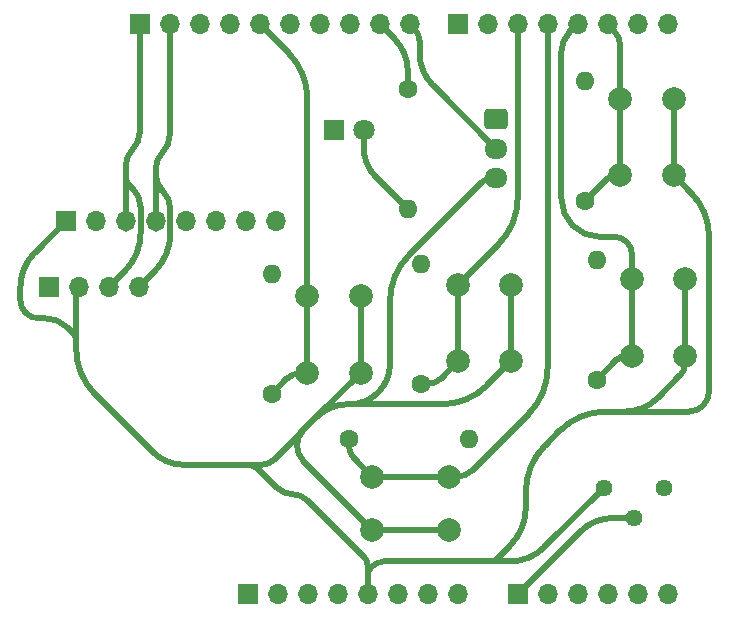
<source format=gbr>
%TF.GenerationSoftware,KiCad,Pcbnew,8.0.8*%
%TF.CreationDate,2025-02-03T21:16:33-07:00*%
%TF.ProjectId,Uno_Shield_ThermoProbe,556e6f5f-5368-4696-956c-645f54686572,rev?*%
%TF.SameCoordinates,Original*%
%TF.FileFunction,Copper,L1,Top*%
%TF.FilePolarity,Positive*%
%FSLAX46Y46*%
G04 Gerber Fmt 4.6, Leading zero omitted, Abs format (unit mm)*
G04 Created by KiCad (PCBNEW 8.0.8) date 2025-02-03 21:16:33*
%MOMM*%
%LPD*%
G01*
G04 APERTURE LIST*
G04 Aperture macros list*
%AMRoundRect*
0 Rectangle with rounded corners*
0 $1 Rounding radius*
0 $2 $3 $4 $5 $6 $7 $8 $9 X,Y pos of 4 corners*
0 Add a 4 corners polygon primitive as box body*
4,1,4,$2,$3,$4,$5,$6,$7,$8,$9,$2,$3,0*
0 Add four circle primitives for the rounded corners*
1,1,$1+$1,$2,$3*
1,1,$1+$1,$4,$5*
1,1,$1+$1,$6,$7*
1,1,$1+$1,$8,$9*
0 Add four rect primitives between the rounded corners*
20,1,$1+$1,$2,$3,$4,$5,0*
20,1,$1+$1,$4,$5,$6,$7,0*
20,1,$1+$1,$6,$7,$8,$9,0*
20,1,$1+$1,$8,$9,$2,$3,0*%
G04 Aperture macros list end*
%TA.AperFunction,ComponentPad*%
%ADD10R,1.700000X1.700000*%
%TD*%
%TA.AperFunction,ComponentPad*%
%ADD11O,1.700000X1.700000*%
%TD*%
%TA.AperFunction,ComponentPad*%
%ADD12C,1.600000*%
%TD*%
%TA.AperFunction,ComponentPad*%
%ADD13O,1.600000X1.600000*%
%TD*%
%TA.AperFunction,ComponentPad*%
%ADD14C,2.000000*%
%TD*%
%TA.AperFunction,ComponentPad*%
%ADD15RoundRect,0.250000X-0.725000X0.600000X-0.725000X-0.600000X0.725000X-0.600000X0.725000X0.600000X0*%
%TD*%
%TA.AperFunction,ComponentPad*%
%ADD16O,1.950000X1.700000*%
%TD*%
%TA.AperFunction,ComponentPad*%
%ADD17R,1.800000X1.800000*%
%TD*%
%TA.AperFunction,ComponentPad*%
%ADD18C,1.800000*%
%TD*%
%TA.AperFunction,ComponentPad*%
%ADD19C,1.440000*%
%TD*%
%TA.AperFunction,Conductor*%
%ADD20C,0.508000*%
%TD*%
G04 APERTURE END LIST*
D10*
%TO.P,J1,1,Pin_1*%
%TO.N,unconnected-(J1-Pin_1-Pad1)*%
X127940000Y-97460000D03*
D11*
%TO.P,J1,2,Pin_2*%
%TO.N,/IOREF*%
X130480000Y-97460000D03*
%TO.P,J1,3,Pin_3*%
%TO.N,/~{RESET}*%
X133020000Y-97460000D03*
%TO.P,J1,4,Pin_4*%
%TO.N,+3V3*%
X135560000Y-97460000D03*
%TO.P,J1,5,Pin_5*%
%TO.N,+5V*%
X138100000Y-97460000D03*
%TO.P,J1,6,Pin_6*%
%TO.N,GND*%
X140640000Y-97460000D03*
%TO.P,J1,7,Pin_7*%
X143180000Y-97460000D03*
%TO.P,J1,8,Pin_8*%
%TO.N,VCC*%
X145720000Y-97460000D03*
%TD*%
D10*
%TO.P,J3,1,Pin_1*%
%TO.N,/Temp_POT*%
X150800000Y-97460000D03*
D11*
%TO.P,J3,2,Pin_2*%
%TO.N,/A1*%
X153340000Y-97460000D03*
%TO.P,J3,3,Pin_3*%
%TO.N,/A2*%
X155880000Y-97460000D03*
%TO.P,J3,4,Pin_4*%
%TO.N,/A3*%
X158420000Y-97460000D03*
%TO.P,J3,5,Pin_5*%
%TO.N,/SDA{slash}A4*%
X160960000Y-97460000D03*
%TO.P,J3,6,Pin_6*%
%TO.N,/SCL{slash}A5*%
X163500000Y-97460000D03*
%TD*%
D10*
%TO.P,J2,1,Pin_1*%
%TO.N,/I2C_SCL*%
X118796000Y-49200000D03*
D11*
%TO.P,J2,2,Pin_2*%
%TO.N,/I2C_SDA*%
X121336000Y-49200000D03*
%TO.P,J2,3,Pin_3*%
%TO.N,/AREF*%
X123876000Y-49200000D03*
%TO.P,J2,4,Pin_4*%
%TO.N,GND*%
X126416000Y-49200000D03*
%TO.P,J2,5,Pin_5*%
%TO.N,/Button_Light*%
X128956000Y-49200000D03*
%TO.P,J2,6,Pin_6*%
%TO.N,/12*%
X131496000Y-49200000D03*
%TO.P,J2,7,Pin_7*%
%TO.N,/\u002A11*%
X134036000Y-49200000D03*
%TO.P,J2,8,Pin_8*%
%TO.N,/\u002A10*%
X136576000Y-49200000D03*
%TO.P,J2,9,Pin_9*%
%TO.N,/LED_Backlight*%
X139116000Y-49200000D03*
%TO.P,J2,10,Pin_10*%
%TO.N,/Temp_Sensor*%
X141656000Y-49200000D03*
%TD*%
D10*
%TO.P,J4,1,Pin_1*%
%TO.N,/7*%
X145720000Y-49200000D03*
D11*
%TO.P,J4,2,Pin_2*%
%TO.N,unconnected-(J4-Pin_2-Pad2)*%
X148260000Y-49200000D03*
%TO.P,J4,3,Pin_3*%
%TO.N,/Button_Units*%
X150800000Y-49200000D03*
%TO.P,J4,4,Pin_4*%
%TO.N,/Button_OnOff*%
X153340000Y-49200000D03*
%TO.P,J4,5,Pin_5*%
%TO.N,/Button_Lock*%
X155880000Y-49200000D03*
%TO.P,J4,6,Pin_6*%
%TO.N,/Button_Cal*%
X158420000Y-49200000D03*
%TO.P,J4,7,Pin_7*%
%TO.N,/TX{slash}1*%
X160960000Y-49200000D03*
%TO.P,J4,8,Pin_8*%
%TO.N,/RX{slash}0*%
X163500000Y-49200000D03*
%TD*%
D12*
%TO.P,R6,1*%
%TO.N,/Button_Light*%
X130000000Y-80500000D03*
D13*
%TO.P,R6,2*%
%TO.N,GND*%
X130000000Y-70340000D03*
%TD*%
D14*
%TO.P,SW4,1,A*%
%TO.N,/Button_OnOff*%
X138500000Y-87500000D03*
X145000000Y-87500000D03*
%TO.P,SW4,2,B*%
%TO.N,+5V*%
X138500000Y-92000000D03*
X145000000Y-92000000D03*
%TD*%
D12*
%TO.P,R5,1*%
%TO.N,/Button_OnOff*%
X136530000Y-84360000D03*
D13*
%TO.P,R5,2*%
%TO.N,GND*%
X146690000Y-84360000D03*
%TD*%
D15*
%TO.P,J5,1,Pin_1*%
%TO.N,GND*%
X149000000Y-57250000D03*
D16*
%TO.P,J5,2,Pin_2*%
%TO.N,/Temp_Sensor*%
X149000000Y-59750000D03*
%TO.P,J5,3,Pin_3*%
%TO.N,+5V*%
X149000000Y-62250000D03*
%TD*%
D12*
%TO.P,R2,1*%
%TO.N,/Button_Lock*%
X157500000Y-79330000D03*
D13*
%TO.P,R2,2*%
%TO.N,GND*%
X157500000Y-69170000D03*
%TD*%
D12*
%TO.P,R4,1*%
%TO.N,/Button_Units*%
X142660000Y-79640000D03*
D13*
%TO.P,R4,2*%
%TO.N,GND*%
X142660000Y-69480000D03*
%TD*%
D12*
%TO.P,R1,1*%
%TO.N,/LED_Backlight*%
X141500000Y-54670000D03*
D13*
%TO.P,R1,2*%
%TO.N,Net-(D1-A)*%
X141500000Y-64830000D03*
%TD*%
D17*
%TO.P,D1,1,K*%
%TO.N,GND*%
X135225000Y-58170000D03*
D18*
%TO.P,D1,2,A*%
%TO.N,Net-(D1-A)*%
X137765000Y-58170000D03*
%TD*%
D11*
%TO.P,J6,8,Pin_8*%
%TO.N,unconnected-(J6-Pin_8-Pad8)*%
X130340000Y-65900000D03*
%TO.P,J6,7,Pin_7*%
%TO.N,unconnected-(J6-Pin_7-Pad7)*%
X127800000Y-65900000D03*
%TO.P,J6,6,Pin_6*%
%TO.N,unconnected-(J6-Pin_6-Pad6)*%
X125260000Y-65900000D03*
%TO.P,J6,5,Pin_5*%
%TO.N,unconnected-(J6-Pin_5-Pad5)*%
X122720000Y-65900000D03*
%TO.P,J6,4,Pin_4*%
%TO.N,/I2C_SDA*%
X120180000Y-65900000D03*
%TO.P,J6,3,Pin_3*%
%TO.N,/I2C_SCL*%
X117640000Y-65900000D03*
%TO.P,J6,2,Pin_2*%
%TO.N,GND*%
X115100000Y-65900000D03*
D10*
%TO.P,J6,1,Pin_1*%
%TO.N,+5V*%
X112560000Y-65900000D03*
%TD*%
D12*
%TO.P,R3,1*%
%TO.N,/Button_Cal*%
X156500000Y-64160000D03*
D13*
%TO.P,R3,2*%
%TO.N,GND*%
X156500000Y-54000000D03*
%TD*%
D14*
%TO.P,SW2,1,A*%
%TO.N,/Button_Cal*%
X159500000Y-62000000D03*
X159500000Y-55500000D03*
%TO.P,SW2,2,B*%
%TO.N,+5V*%
X164000000Y-62000000D03*
X164000000Y-55500000D03*
%TD*%
%TO.P,SW5,1,A*%
%TO.N,/Button_Light*%
X133000000Y-78750000D03*
X133000000Y-72250000D03*
%TO.P,SW5,2,B*%
%TO.N,+5V*%
X137500000Y-78750000D03*
X137500000Y-72250000D03*
%TD*%
%TO.P,SW3,1,A*%
%TO.N,/Button_Units*%
X145750000Y-77750000D03*
X145750000Y-71250000D03*
%TO.P,SW3,2,B*%
%TO.N,+5V*%
X150250000Y-77750000D03*
X150250000Y-71250000D03*
%TD*%
%TO.P,SW1,1,A*%
%TO.N,/Button_Lock*%
X160500000Y-77250000D03*
X160500000Y-70750000D03*
%TO.P,SW1,2,B*%
%TO.N,+5V*%
X165000000Y-77250000D03*
X165000000Y-70750000D03*
%TD*%
D10*
%TO.P,J7,1,Pin_1*%
%TO.N,GND*%
X111100000Y-71475000D03*
D11*
%TO.P,J7,2,Pin_2*%
%TO.N,+5V*%
X113640000Y-71475000D03*
%TO.P,J7,3,Pin_3*%
%TO.N,/I2C_SCL*%
X116180000Y-71475000D03*
%TO.P,J7,4,Pin_4*%
%TO.N,/I2C_SDA*%
X118720000Y-71475000D03*
%TD*%
D19*
%TO.P,RV1,1,1*%
%TO.N,+5V*%
X158080000Y-88460000D03*
%TO.P,RV1,2,2*%
%TO.N,/Temp_POT*%
X160620000Y-91000000D03*
%TO.P,RV1,3,3*%
%TO.N,GND*%
X163160000Y-88460000D03*
%TD*%
D20*
%TO.N,/I2C_SDA*%
X121400000Y-66899953D02*
G75*
G02*
X120059984Y-70134984I-4575100J53D01*
G01*
X121336000Y-58621835D02*
G75*
G02*
X120740490Y-60059490I-2033200J35D01*
G01*
X120772500Y-63327500D02*
G75*
G02*
X121399992Y-64842419I-1514900J-1514900D01*
G01*
X120740500Y-60059500D02*
G75*
G03*
X120144985Y-61497164I1437700J-1437700D01*
G01*
X120772500Y-63327500D02*
G75*
G03*
X120145046Y-63587419I-259900J-259900D01*
G01*
X120145000Y-61812580D02*
G75*
G03*
X120772494Y-63327506I2142400J-20D01*
G01*
X120145000Y-63587419D02*
X120145000Y-61812580D01*
%TO.N,/I2C_SCL*%
X118200500Y-59809500D02*
G75*
G03*
X117604985Y-61247164I1437700J-1437700D01*
G01*
X118240500Y-63140500D02*
G75*
G02*
X118875986Y-64674732I-1534200J-1534200D01*
G01*
X118876000Y-66872640D02*
G75*
G02*
X117527988Y-70126988I-4602400J40D01*
G01*
X118796000Y-58371835D02*
G75*
G02*
X118200490Y-59809490I-2033200J35D01*
G01*
X117605000Y-62502500D02*
G75*
G03*
X117606774Y-62506760I6000J0D01*
G01*
X117605000Y-62502500D02*
X117605000Y-62497500D01*
X117605000Y-62497500D02*
X117605000Y-62502500D01*
%TO.N,/Button_Lock*%
X154500000Y-63956497D02*
G75*
G03*
X155449999Y-66250001I3243500J-3D01*
G01*
X160050000Y-67650000D02*
G75*
G03*
X158963603Y-67199998I-1086400J-1086400D01*
G01*
X160050000Y-67650000D02*
G75*
G02*
X160500002Y-68736396I-1086400J-1086400D01*
G01*
X155450000Y-66250000D02*
G75*
G03*
X157743502Y-67199999I2293500J2293500D01*
G01*
%TO.N,+5V*%
X112660000Y-74860000D02*
G75*
G03*
X110825197Y-74100001I-1834800J-1834800D01*
G01*
X109916223Y-68543776D02*
G75*
G03*
X108699985Y-71480000I2936177J-2936224D01*
G01*
X108700000Y-72563603D02*
G75*
G03*
X109150001Y-73649999I1536400J3D01*
G01*
X113144228Y-75344228D02*
G75*
G02*
X113420013Y-76010000I-665728J-665772D01*
G01*
X109150000Y-73650000D02*
G75*
G03*
X110236396Y-74100002I1086400J1086400D01*
G01*
X125645000Y-86500000D02*
X125215000Y-86500000D01*
X126855000Y-86500000D02*
X126285000Y-86500000D01*
X124785000Y-86500000D02*
X125215000Y-86500000D01*
X125215000Y-86500000D02*
X124785000Y-86500000D01*
%TO.N,/Button_Lock*%
X158963603Y-67200000D02*
X157743502Y-67200000D01*
X155190000Y-49890000D02*
X155880000Y-49200000D01*
X154500000Y-63956497D02*
X154500000Y-51555807D01*
X155190000Y-49890000D02*
G75*
G03*
X154500003Y-51555807I1665800J-1665800D01*
G01*
X160500000Y-68736396D02*
X160500000Y-70750000D01*
%TO.N,+5V*%
X109916223Y-68543776D02*
X112560000Y-65900000D01*
X110825197Y-74100000D02*
X110236396Y-74100000D01*
X108700000Y-71480000D02*
X108700000Y-72563603D01*
X113420000Y-76266982D02*
X113420000Y-76010000D01*
X113420000Y-76266982D02*
X113420000Y-70900000D01*
X113420000Y-76666036D02*
X113420000Y-76533018D01*
X112660000Y-74860000D02*
X113144228Y-75344228D01*
%TO.N,/I2C_SDA*%
X120060000Y-70135000D02*
X118720000Y-71475000D01*
X121400000Y-66899953D02*
X121400000Y-64842419D01*
X120145000Y-63587419D02*
X120145000Y-66575000D01*
X120145000Y-61497164D02*
X120145000Y-61812580D01*
%TO.N,/I2C_SCL*%
X118876000Y-64674732D02*
X118876000Y-66872640D01*
X118240500Y-63140500D02*
X117606767Y-62506767D01*
X117528000Y-70127000D02*
X116180000Y-71475000D01*
X117605000Y-62502500D02*
X117605000Y-66575000D01*
X117605000Y-61247164D02*
X117605000Y-62497500D01*
X118796000Y-58371835D02*
X118796000Y-49200000D01*
%TO.N,/I2C_SDA*%
X121336000Y-58621835D02*
X121336000Y-49200000D01*
%TO.N,/Button_Light*%
X131308058Y-79191941D02*
G75*
G02*
X132375000Y-78750004I1066942J-1066959D01*
G01*
%TO.N,/Button_Cal*%
X158363015Y-62296984D02*
G75*
G02*
X159080000Y-62000008I716985J-717016D01*
G01*
X159500000Y-51043675D02*
G75*
G03*
X158959993Y-49740007I-1843700J-25D01*
G01*
%TO.N,/Button_Units*%
X143260000Y-79640000D02*
G75*
G03*
X144284259Y-79215730I0J1448500D01*
G01*
X150800000Y-63946036D02*
G75*
G02*
X149206200Y-67793785I-5441600J36D01*
G01*
%TO.N,/Button_Lock*%
X159254730Y-77575269D02*
G75*
G02*
X160040000Y-77249988I785270J-785231D01*
G01*
%TO.N,/Button_OnOff*%
X136530000Y-84945000D02*
G75*
G03*
X136943660Y-85943654I1412300J0D01*
G01*
X153340000Y-78320249D02*
G75*
G02*
X151746193Y-82167991I-5441600J49D01*
G01*
X146914212Y-87000000D02*
G75*
G02*
X145707106Y-87500006I-1207112J1207100D01*
G01*
%TO.N,/Temp_POT*%
X158940000Y-91000000D02*
G75*
G03*
X156072056Y-92187935I0J-4055900D01*
G01*
%TO.N,/LED_Backlight*%
X140408934Y-50492934D02*
G75*
G02*
X141500009Y-53127000I-2634034J-2634066D01*
G01*
%TO.N,/Temp_Sensor*%
X143639492Y-54389492D02*
G75*
G02*
X142506005Y-51653000I2736508J2736492D01*
G01*
X142081000Y-49625000D02*
G75*
G02*
X142505983Y-50651040I-1026000J-1026000D01*
G01*
%TO.N,Net-(D1-A)*%
X137765000Y-59632500D02*
G75*
G03*
X138799140Y-62129146I3530800J0D01*
G01*
%TO.N,+5V*%
X132125000Y-84875000D02*
G75*
G03*
X132655322Y-86155338I1810700J0D01*
G01*
X159880086Y-82000000D02*
G75*
G03*
X162645455Y-80854552I14J3910800D01*
G01*
X136585786Y-81375000D02*
G75*
G03*
X139000004Y-80375004I14J3414200D01*
G01*
X153047939Y-93492060D02*
G75*
G02*
X150180000Y-94679993I-2867939J2867960D01*
G01*
X113420000Y-76666036D02*
G75*
G03*
X115013800Y-80513784I5441600J36D01*
G01*
X139499827Y-94680000D02*
G75*
G03*
X138509992Y-95089992I-27J-1399800D01*
G01*
X147804238Y-62562337D02*
G75*
G02*
X148558288Y-62249995I754062J-754063D01*
G01*
X164558058Y-78941941D02*
G75*
G03*
X164999994Y-77875000I-1066958J1066941D01*
G01*
X133030330Y-89530330D02*
G75*
G03*
X131750000Y-89000012I-1280330J-1280370D01*
G01*
X165292893Y-82000000D02*
G75*
G03*
X166500002Y-81500002I7J1707100D01*
G01*
X137781801Y-94281801D02*
G75*
G02*
X138099999Y-95050000I-768201J-768199D01*
G01*
X154406206Y-83593792D02*
G75*
G02*
X158253963Y-81999988I3847794J-3847808D01*
G01*
X133770145Y-82479854D02*
G75*
G02*
X136437500Y-81374997I2667355J-2667346D01*
G01*
X138100000Y-95950000D02*
G75*
G02*
X138418198Y-95181801I1086400J0D01*
G01*
X138418198Y-95181801D02*
G75*
G02*
X138100007Y-95050000I-131798J131801D01*
G01*
X128941941Y-86941941D02*
G75*
G03*
X127875000Y-86500005I-1066941J-1066959D01*
G01*
X129125000Y-86500000D02*
G75*
G03*
X128941921Y-86941961I0J-258900D01*
G01*
X166500000Y-81500000D02*
G75*
G03*
X166999997Y-80292893I-1207100J1207100D01*
G01*
X148933137Y-94566862D02*
G75*
G02*
X148660000Y-94679992I-273137J273162D01*
G01*
X153093792Y-84906207D02*
G75*
G03*
X151499959Y-88753963I3847708J-3847793D01*
G01*
X140000000Y-72620539D02*
G75*
G02*
X141593783Y-68772774I5441500J39D01*
G01*
X144371036Y-81375000D02*
G75*
G03*
X148218785Y-79781200I-36J5441600D01*
G01*
X129125000Y-86500000D02*
G75*
G03*
X130191945Y-86058062I0J1508900D01*
G01*
X140000000Y-77960786D02*
G75*
G02*
X139000004Y-80375004I-3414200J-14D01*
G01*
X130469669Y-88469669D02*
G75*
G03*
X131750000Y-88999988I1280331J1280369D01*
G01*
X167000000Y-67121320D02*
G75*
G03*
X165500006Y-63499994I-5121300J20D01*
G01*
X151500000Y-90104953D02*
G75*
G02*
X150159984Y-93339984I-4575100J53D01*
G01*
X131594669Y-84655330D02*
G75*
G02*
X132124933Y-84875000I219631J-219670D01*
G01*
X132655330Y-83594669D02*
G75*
G03*
X132125011Y-84875000I1280370J-1280331D01*
G01*
X122500000Y-86500000D02*
G75*
G02*
X119939343Y-85439335I0J3621300D01*
G01*
X139499827Y-94680000D02*
X148660000Y-94680000D01*
X159880086Y-82000000D02*
X165292893Y-82000000D01*
X144371036Y-81375000D02*
X136585786Y-81375000D01*
X125645000Y-86500000D02*
X126285000Y-86500000D01*
X137500000Y-78750000D02*
X133770145Y-82479854D01*
X138100000Y-95950000D02*
X138100000Y-95050000D01*
X122500000Y-86500000D02*
X124785000Y-86500000D01*
X129125000Y-86500000D02*
X127875000Y-86500000D01*
X131594669Y-84655330D02*
X132655330Y-83594669D01*
X151500000Y-88753963D02*
X151500000Y-90104953D01*
X137500000Y-78750000D02*
X137500000Y-72250000D01*
X133770145Y-82479854D02*
X132655330Y-83594669D01*
X148218792Y-79781207D02*
X150250000Y-77750000D01*
X115013792Y-80513792D02*
X119939339Y-85439339D01*
X138500000Y-92000000D02*
X145000000Y-92000000D01*
X130469669Y-88469669D02*
X128941941Y-86941941D01*
X138509999Y-95089999D02*
X138418198Y-95181801D01*
X164000000Y-62000000D02*
X165500000Y-63500000D01*
X140000000Y-77960786D02*
X140000000Y-72620539D01*
X132655330Y-86155330D02*
X138500000Y-92000000D01*
X137781801Y-94281801D02*
X133030330Y-89530330D01*
X150180000Y-94680000D02*
X148660000Y-94680000D01*
X136437500Y-81375000D02*
X136585786Y-81375000D01*
X141593792Y-68772783D02*
X147804238Y-62562337D01*
X126855000Y-86500000D02*
X127140000Y-86500000D01*
X153093792Y-84906207D02*
X154406206Y-83593792D01*
X159880086Y-82000000D02*
X158253963Y-82000000D01*
X130191941Y-86058058D02*
X131594669Y-84655330D01*
X167000000Y-67121320D02*
X167000000Y-80292893D01*
X138100000Y-95950000D02*
X138100000Y-97460000D01*
X162645451Y-80854548D02*
X164558058Y-78941941D01*
X150160000Y-93340000D02*
X148933137Y-94566862D01*
X150250000Y-77750000D02*
X150250000Y-71250000D01*
X153047939Y-93492060D02*
X158080000Y-88460000D01*
X165000000Y-77250000D02*
X165000000Y-70750000D01*
X125215000Y-86500000D02*
X127875000Y-86500000D01*
X164000000Y-62000000D02*
X164000000Y-55500000D01*
%TO.N,Net-(D1-A)*%
X138799143Y-62129143D02*
X141500000Y-64830000D01*
X137765000Y-59632500D02*
X137765000Y-58170000D01*
%TO.N,/Temp_Sensor*%
X143639492Y-54389492D02*
X149000000Y-59750000D01*
X142081000Y-49625000D02*
X141656000Y-49200000D01*
X142506000Y-51653000D02*
X142506000Y-50651040D01*
%TO.N,/LED_Backlight*%
X140408934Y-50492934D02*
X139116000Y-49200000D01*
X141500000Y-53127000D02*
X141500000Y-54670000D01*
%TO.N,/Temp_POT*%
X156072060Y-92187939D02*
X150800000Y-97460000D01*
X158940000Y-91000000D02*
X160620000Y-91000000D01*
%TO.N,/Button_OnOff*%
X146914212Y-87000000D02*
X151746207Y-82168005D01*
X136530000Y-84945000D02*
X136530000Y-84360000D01*
X153340000Y-78320249D02*
X153340000Y-49200000D01*
X138500000Y-87500000D02*
X144292893Y-87500000D01*
X136943657Y-85943657D02*
X138500000Y-87500000D01*
%TO.N,/Button_Lock*%
X160500000Y-76790000D02*
X160500000Y-71158288D01*
X159254730Y-77575269D02*
X157500000Y-79330000D01*
%TO.N,/Button_Units*%
X150800000Y-63946036D02*
X150800000Y-49200000D01*
X145750000Y-71250000D02*
X149206207Y-67793792D01*
X145750000Y-77750000D02*
X144284264Y-79215735D01*
X145750000Y-71250000D02*
X145750000Y-77750000D01*
X143260000Y-79640000D02*
X142660000Y-79640000D01*
%TO.N,/Button_Cal*%
X159500000Y-55500000D02*
X159500000Y-61580000D01*
X158960000Y-49740000D02*
X158420000Y-49200000D01*
X158363015Y-62296984D02*
X156500000Y-64160000D01*
X159500000Y-51043675D02*
X159500000Y-55500000D01*
%TO.N,/Button_Light*%
X131308058Y-79191941D02*
X130000000Y-80500000D01*
X133000000Y-72250000D02*
X133000000Y-78125000D01*
X131406207Y-51650207D02*
X128956000Y-49200000D01*
X133000000Y-72250000D02*
X133000000Y-55497963D01*
X131406207Y-51650207D02*
G75*
G02*
X133000011Y-55497963I-3847807J-3847793D01*
G01*
%TO.N,+5V*%
X113420000Y-76266982D02*
X113420000Y-76533018D01*
%TD*%
M02*

</source>
